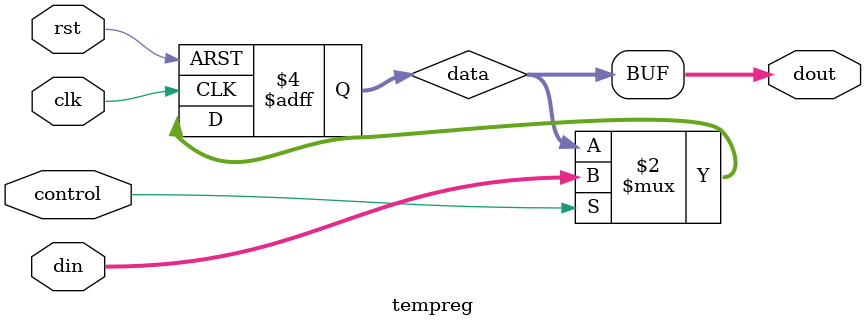
<source format=v>
module tempreg(
  input clk,
  input rst,
  input control,  //register signal
  input [31:0] din,
  output [31:0] dout
  );
  
  reg[31:0] data;
  
  always@(posedge clk or posedge rst)
  begin
    if(rst)
      data <= 32'h0;
    else
      if(control)
        data <= din;
  end
  
  assign dout = data;

endmodule
  
  
</source>
